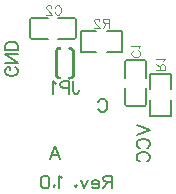
<source format=gbo>
G04 Layer: BottomSilkscreenLayer*
G04 EasyEDA v6.5.15, 2022-09-30 22:51:47*
G04 6c6a3108920e44c1b57cf9d56c6d46f1,9a5be75d700b4a6385dc1106f27949ae,10*
G04 Gerber Generator version 0.2*
G04 Scale: 100 percent, Rotated: No, Reflected: No *
G04 Dimensions in millimeters *
G04 leading zeros omitted , absolute positions ,4 integer and 5 decimal *
%FSLAX45Y45*%
%MOMM*%

%ADD10C,0.1524*%
%ADD11C,0.1000*%
%ADD12C,0.2540*%

%LPD*%
D10*
X2340000Y-584659D02*
G01*
X2340000Y-693762D01*
X2340000Y-584659D02*
G01*
X2293241Y-584659D01*
X2277656Y-589854D01*
X2272459Y-595050D01*
X2267264Y-605442D01*
X2267264Y-615833D01*
X2272459Y-626224D01*
X2277656Y-631418D01*
X2293241Y-636612D01*
X2340000Y-636612D01*
X2303632Y-636612D02*
G01*
X2267264Y-693762D01*
X2232974Y-652200D02*
G01*
X2170628Y-652200D01*
X2170628Y-641809D01*
X2175824Y-631418D01*
X2181019Y-626224D01*
X2191410Y-621027D01*
X2206995Y-621027D01*
X2217386Y-626224D01*
X2227778Y-636612D01*
X2232974Y-652200D01*
X2232974Y-662592D01*
X2227778Y-678177D01*
X2217386Y-688568D01*
X2206995Y-693762D01*
X2191410Y-693762D01*
X2181019Y-688568D01*
X2170628Y-678177D01*
X2136338Y-621027D02*
G01*
X2105164Y-693762D01*
X2073993Y-621027D02*
G01*
X2105164Y-693762D01*
X2034506Y-667786D02*
G01*
X2039703Y-672983D01*
X2034506Y-678177D01*
X2029312Y-672983D01*
X2034506Y-667786D01*
X1915012Y-605442D02*
G01*
X1904621Y-600245D01*
X1889036Y-584659D01*
X1889036Y-693762D01*
X1849549Y-667786D02*
G01*
X1854746Y-672983D01*
X1849549Y-678177D01*
X1844354Y-672983D01*
X1849549Y-667786D01*
X1778891Y-584659D02*
G01*
X1794476Y-589854D01*
X1804868Y-605442D01*
X1810064Y-631418D01*
X1810064Y-647004D01*
X1804868Y-672983D01*
X1794476Y-688568D01*
X1778891Y-693762D01*
X1768500Y-693762D01*
X1752914Y-688568D01*
X1742523Y-672983D01*
X1737326Y-647004D01*
X1737326Y-631418D01*
X1742523Y-605442D01*
X1752914Y-589854D01*
X1768500Y-584659D01*
X1778891Y-584659D01*
X1858431Y-334672D02*
G01*
X1899996Y-443776D01*
X1858431Y-334672D02*
G01*
X1816869Y-443776D01*
X1884410Y-407408D02*
G01*
X1832455Y-407408D01*
X2222063Y39349D02*
G01*
X2227259Y49740D01*
X2237651Y60131D01*
X2248039Y65326D01*
X2268821Y65326D01*
X2279213Y60131D01*
X2289604Y49740D01*
X2294801Y39349D01*
X2299995Y23761D01*
X2299995Y-2214D01*
X2294801Y-17800D01*
X2289604Y-28191D01*
X2279213Y-38582D01*
X2268821Y-43776D01*
X2248039Y-43776D01*
X2237651Y-38582D01*
X2227259Y-28191D01*
X2222063Y-17800D01*
X1517705Y335843D02*
G01*
X1528097Y330647D01*
X1538488Y320255D01*
X1543682Y309867D01*
X1543682Y289085D01*
X1538488Y278693D01*
X1528097Y268302D01*
X1517705Y263105D01*
X1502117Y257911D01*
X1476141Y257911D01*
X1460555Y263105D01*
X1450164Y268302D01*
X1439773Y278693D01*
X1434579Y289085D01*
X1434579Y309867D01*
X1439773Y320255D01*
X1450164Y330647D01*
X1460555Y335843D01*
X1476141Y335843D01*
X1476141Y309867D02*
G01*
X1476141Y335843D01*
X1543682Y370133D02*
G01*
X1434579Y370133D01*
X1543682Y370133D02*
G01*
X1434579Y442869D01*
X1543682Y442869D02*
G01*
X1434579Y442869D01*
X1543682Y477159D02*
G01*
X1434579Y477159D01*
X1543682Y477159D02*
G01*
X1543682Y513527D01*
X1538488Y529115D01*
X1528097Y539506D01*
X1517705Y544700D01*
X1502117Y549897D01*
X1476141Y549897D01*
X1460555Y544700D01*
X1450164Y539506D01*
X1439773Y529115D01*
X1434579Y513527D01*
X1434579Y477159D01*
X2549273Y-157048D02*
G01*
X2658376Y-198612D01*
X2549273Y-240174D02*
G01*
X2658376Y-198612D01*
X2575250Y-352397D02*
G01*
X2564858Y-347202D01*
X2554467Y-336811D01*
X2549273Y-326420D01*
X2549273Y-305638D01*
X2554467Y-295247D01*
X2564858Y-284855D01*
X2575250Y-279661D01*
X2590838Y-274464D01*
X2616814Y-274464D01*
X2632400Y-279661D01*
X2642791Y-284855D01*
X2653182Y-295247D01*
X2658376Y-305638D01*
X2658376Y-326420D01*
X2653182Y-336811D01*
X2642791Y-347202D01*
X2632400Y-352397D01*
X2575250Y-464619D02*
G01*
X2564858Y-459422D01*
X2554467Y-449033D01*
X2549273Y-438642D01*
X2549273Y-417860D01*
X2554467Y-407469D01*
X2564858Y-397078D01*
X2575250Y-391883D01*
X2590838Y-386687D01*
X2616814Y-386687D01*
X2632400Y-391883D01*
X2642791Y-397078D01*
X2653182Y-407469D01*
X2658376Y-417860D01*
X2658376Y-438642D01*
X2653182Y-449033D01*
X2642791Y-459422D01*
X2632400Y-464619D01*
X2008830Y214622D02*
G01*
X2008830Y131564D01*
X2013910Y115816D01*
X2019244Y110736D01*
X2029658Y105402D01*
X2040072Y105402D01*
X2050232Y110736D01*
X2055566Y115816D01*
X2060646Y131564D01*
X2060646Y141978D01*
X1974540Y214622D02*
G01*
X1974540Y105402D01*
X1974540Y214622D02*
G01*
X1927804Y214622D01*
X1912056Y209542D01*
X1906976Y204208D01*
X1901642Y193794D01*
X1901642Y178300D01*
X1906976Y167886D01*
X1912056Y162552D01*
X1927804Y157472D01*
X1974540Y157472D01*
X1867352Y193794D02*
G01*
X1857192Y199128D01*
X1841444Y214622D01*
X1841444Y105402D01*
D11*
X2310384Y745312D02*
G01*
X2310384Y668949D01*
X2310384Y745312D02*
G01*
X2277656Y745312D01*
X2266746Y741677D01*
X2263112Y738040D01*
X2259474Y730768D01*
X2259474Y723496D01*
X2263112Y716221D01*
X2266746Y712586D01*
X2277656Y708949D01*
X2310384Y708949D01*
X2284930Y708949D02*
G01*
X2259474Y668949D01*
X2231839Y727130D02*
G01*
X2231839Y730768D01*
X2228202Y738040D01*
X2224565Y741677D01*
X2217293Y745312D01*
X2202748Y745312D01*
X2195474Y741677D01*
X2191839Y738040D01*
X2188202Y730768D01*
X2188202Y723496D01*
X2191839Y716221D01*
X2199111Y705312D01*
X2235474Y668949D01*
X2184565Y668949D01*
X2785623Y306903D02*
G01*
X2709260Y306903D01*
X2785623Y306903D02*
G01*
X2785623Y339631D01*
X2781988Y350540D01*
X2778351Y354175D01*
X2771079Y357812D01*
X2763807Y357812D01*
X2756532Y354175D01*
X2752897Y350540D01*
X2749260Y339631D01*
X2749260Y306903D01*
X2749260Y332356D02*
G01*
X2709260Y357812D01*
X2771079Y381812D02*
G01*
X2774713Y389084D01*
X2785623Y399994D01*
X2709260Y399994D01*
X1854913Y837437D02*
G01*
X1858551Y844710D01*
X1865823Y851984D01*
X1873097Y855619D01*
X1887641Y855619D01*
X1894913Y851984D01*
X1902188Y844710D01*
X1905822Y837437D01*
X1909460Y826528D01*
X1909460Y808347D01*
X1905822Y797438D01*
X1902188Y790166D01*
X1894913Y782894D01*
X1887641Y779256D01*
X1873097Y779256D01*
X1865823Y782894D01*
X1858551Y790166D01*
X1854913Y797438D01*
X1827278Y837437D02*
G01*
X1827278Y841075D01*
X1823641Y848347D01*
X1820006Y851984D01*
X1812731Y855619D01*
X1798187Y855619D01*
X1790915Y851984D01*
X1787278Y848347D01*
X1783641Y841075D01*
X1783641Y833803D01*
X1787278Y826528D01*
X1794550Y815619D01*
X1830915Y779256D01*
X1780006Y779256D01*
X2562529Y474555D02*
G01*
X2569801Y470918D01*
X2577076Y463646D01*
X2580711Y456371D01*
X2580711Y441827D01*
X2577076Y434555D01*
X2569801Y427281D01*
X2562529Y423646D01*
X2551620Y420009D01*
X2533439Y420009D01*
X2522529Y423646D01*
X2515257Y427281D01*
X2507985Y434555D01*
X2504348Y441827D01*
X2504348Y456371D01*
X2507985Y463646D01*
X2515257Y470918D01*
X2522529Y474555D01*
X2566167Y498553D02*
G01*
X2569801Y505828D01*
X2580711Y516737D01*
X2504348Y516737D01*
D12*
X1869356Y472079D02*
G01*
X1869356Y261028D01*
X2011116Y260939D02*
G01*
X2011116Y472079D01*
D10*
X2202380Y458289D02*
G01*
X2073887Y458289D01*
X2073887Y641708D01*
X2202380Y641708D01*
X2297620Y458289D02*
G01*
X2426114Y458289D01*
X2426114Y641708D01*
X2297620Y641708D01*
X2658290Y147619D02*
G01*
X2658290Y276113D01*
X2841708Y276113D01*
X2841708Y147619D01*
X2658290Y52379D02*
G01*
X2658290Y-76113D01*
X2841708Y-76113D01*
X2841708Y52379D01*
X2021116Y569638D02*
G01*
X1880115Y569638D01*
X1880115Y750359D02*
G01*
X2021116Y750359D01*
X2036356Y735119D02*
G01*
X2036356Y584878D01*
X1658876Y569638D02*
G01*
X1799877Y569638D01*
X1799877Y750359D02*
G01*
X1658876Y750359D01*
X1643636Y735119D02*
G01*
X1643636Y584878D01*
X2630355Y381119D02*
G01*
X2630355Y240118D01*
X2449634Y240118D02*
G01*
X2449634Y381119D01*
X2464874Y396359D02*
G01*
X2615115Y396359D01*
X2630355Y18879D02*
G01*
X2630355Y159880D01*
X2449634Y159880D02*
G01*
X2449634Y18879D01*
X2464874Y3639D02*
G01*
X2615115Y3639D01*
D12*
G75*
G01*
X1980636Y492079D02*
G02*
X2010636Y472079I5007J-24989D01*
G75*
G01*
X2011116Y260939D02*
G02*
X1981116Y240939I-24993J4990D01*
G75*
G01*
X1899356Y492079D02*
G03*
X1869356Y472079I-5007J-24989D01*
G75*
G01*
X1869115Y261028D02*
G03*
X1899115Y241028I24987J4981D01*
D10*
G75*
G01*
X2021116Y750359D02*
G02*
X2036356Y735119I0J-15240D01*
G75*
G01*
X2036356Y584878D02*
G02*
X2021116Y569638I-15240J0D01*
G75*
G01*
X1658877Y750359D02*
G03*
X1643637Y735119I0J-15240D01*
G75*
G01*
X1643637Y584878D02*
G03*
X1658877Y569638I15240J0D01*
G75*
G01*
X2449634Y381119D02*
G02*
X2464874Y396359I15240J0D01*
G75*
G01*
X2615115Y396359D02*
G02*
X2630355Y381119I0J-15240D01*
G75*
G01*
X2449634Y18880D02*
G03*
X2464874Y3640I15240J0D01*
G75*
G01*
X2615115Y3640D02*
G03*
X2630355Y18880I0J15240D01*
M02*

</source>
